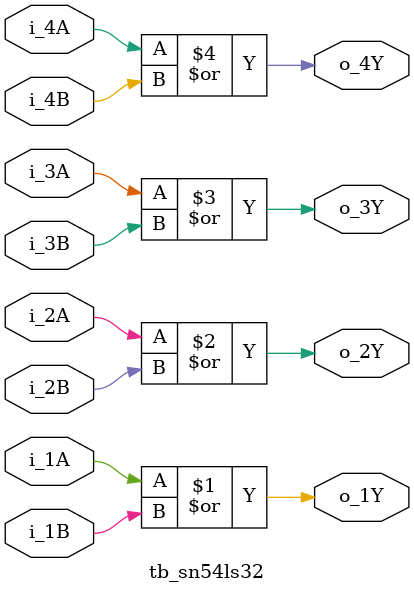
<source format=v>
`timescale 1ns / 1ps

module tb_sn54ls32 (
	o_1Y	,
	o_2Y	,
	o_3Y	,
	o_4Y	,
	i_1A	,
	i_1B	,
	i_2A	,
	i_2B	,
	i_3A	,
	i_3B	,
	i_4A	,
	i_4B

);

output o_1Y, o_2Y, o_3Y, o_4Y;
input i_1A, i_1B, i_2A, i_2B, i_3A, i_3B, i_4A, i_4B;

assign o_1Y = i_1A | i_1B;
assign o_2Y = i_2A | i_2B;
assign o_3Y = i_3A | i_3B;
assign o_4Y = i_4A | i_4B;

endmodule

</source>
